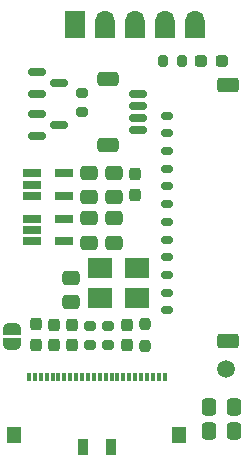
<source format=gbr>
%TF.GenerationSoftware,KiCad,Pcbnew,8.0.2-1*%
%TF.CreationDate,2024-05-28T17:40:09-07:00*%
%TF.ProjectId,camera_v2,63616d65-7261-45f7-9632-2e6b69636164,rev?*%
%TF.SameCoordinates,Original*%
%TF.FileFunction,Soldermask,Top*%
%TF.FilePolarity,Negative*%
%FSLAX46Y46*%
G04 Gerber Fmt 4.6, Leading zero omitted, Abs format (unit mm)*
G04 Created by KiCad (PCBNEW 8.0.2-1) date 2024-05-28 17:40:09*
%MOMM*%
%LPD*%
G01*
G04 APERTURE LIST*
G04 Aperture macros list*
%AMRoundRect*
0 Rectangle with rounded corners*
0 $1 Rounding radius*
0 $2 $3 $4 $5 $6 $7 $8 $9 X,Y pos of 4 corners*
0 Add a 4 corners polygon primitive as box body*
4,1,4,$2,$3,$4,$5,$6,$7,$8,$9,$2,$3,0*
0 Add four circle primitives for the rounded corners*
1,1,$1+$1,$2,$3*
1,1,$1+$1,$4,$5*
1,1,$1+$1,$6,$7*
1,1,$1+$1,$8,$9*
0 Add four rect primitives between the rounded corners*
20,1,$1+$1,$2,$3,$4,$5,0*
20,1,$1+$1,$4,$5,$6,$7,0*
20,1,$1+$1,$6,$7,$8,$9,0*
20,1,$1+$1,$8,$9,$2,$3,0*%
%AMFreePoly0*
4,1,19,0.500000,-0.750000,0.000000,-0.750000,0.000000,-0.744911,-0.071157,-0.744911,-0.207708,-0.704816,-0.327430,-0.627875,-0.420627,-0.520320,-0.479746,-0.390866,-0.500000,-0.250000,-0.500000,0.250000,-0.479746,0.390866,-0.420627,0.520320,-0.327430,0.627875,-0.207708,0.704816,-0.071157,0.744911,0.000000,0.744911,0.000000,0.750000,0.500000,0.750000,0.500000,-0.750000,0.500000,-0.750000,
$1*%
%AMFreePoly1*
4,1,19,0.000000,0.744911,0.071157,0.744911,0.207708,0.704816,0.327430,0.627875,0.420627,0.520320,0.479746,0.390866,0.500000,0.250000,0.500000,-0.250000,0.479746,-0.390866,0.420627,-0.520320,0.327430,-0.627875,0.207708,-0.704816,0.071157,-0.744911,0.000000,-0.744911,0.000000,-0.750000,-0.500000,-0.750000,-0.500000,0.750000,0.000000,0.750000,0.000000,0.744911,0.000000,0.744911,
$1*%
G04 Aperture macros list end*
%ADD10RoundRect,0.250000X-0.475000X0.337500X-0.475000X-0.337500X0.475000X-0.337500X0.475000X0.337500X0*%
%ADD11R,2.100000X1.800000*%
%ADD12FreePoly0,90.000000*%
%ADD13FreePoly1,90.000000*%
%ADD14RoundRect,0.237500X-0.237500X0.300000X-0.237500X-0.300000X0.237500X-0.300000X0.237500X0.300000X0*%
%ADD15RoundRect,0.250000X0.475000X-0.337500X0.475000X0.337500X-0.475000X0.337500X-0.475000X-0.337500X0*%
%ADD16RoundRect,0.237500X0.237500X-0.300000X0.237500X0.300000X-0.237500X0.300000X-0.237500X-0.300000X0*%
%ADD17RoundRect,0.250000X-0.337500X-0.475000X0.337500X-0.475000X0.337500X0.475000X-0.337500X0.475000X0*%
%ADD18RoundRect,0.150000X0.350000X-0.150000X0.350000X0.150000X-0.350000X0.150000X-0.350000X-0.150000X0*%
%ADD19RoundRect,0.250000X0.650000X-0.375000X0.650000X0.375000X-0.650000X0.375000X-0.650000X-0.375000X0*%
%ADD20RoundRect,0.200000X0.275000X-0.200000X0.275000X0.200000X-0.275000X0.200000X-0.275000X-0.200000X0*%
%ADD21R,1.560000X0.650000*%
%ADD22RoundRect,0.237500X-0.237500X0.250000X-0.237500X-0.250000X0.237500X-0.250000X0.237500X0.250000X0*%
%ADD23C,1.500000*%
%ADD24RoundRect,0.200000X-0.275000X0.200000X-0.275000X-0.200000X0.275000X-0.200000X0.275000X0.200000X0*%
%ADD25R,1.700000X1.700000*%
%ADD26O,1.700000X1.700000*%
%ADD27RoundRect,0.237500X0.287500X0.237500X-0.287500X0.237500X-0.287500X-0.237500X0.287500X-0.237500X0*%
%ADD28R,0.300000X0.800000*%
%ADD29R,1.220000X1.400000*%
%ADD30R,0.850000X1.400000*%
%ADD31RoundRect,0.150000X-0.587500X-0.150000X0.587500X-0.150000X0.587500X0.150000X-0.587500X0.150000X0*%
%ADD32RoundRect,0.150000X0.625000X-0.150000X0.625000X0.150000X-0.625000X0.150000X-0.625000X-0.150000X0*%
%ADD33RoundRect,0.250000X0.650000X-0.350000X0.650000X0.350000X-0.650000X0.350000X-0.650000X-0.350000X0*%
%ADD34RoundRect,0.200000X-0.200000X-0.275000X0.200000X-0.275000X0.200000X0.275000X-0.200000X0.275000X0*%
G04 APERTURE END LIST*
D10*
%TO.C,C2*%
X154950000Y-118522500D03*
X154950000Y-120597500D03*
%TD*%
D11*
%TO.C,OSC1*%
X158960000Y-126600000D03*
X155860000Y-126600000D03*
X155860000Y-129100000D03*
X158960000Y-129100000D03*
%TD*%
D12*
%TO.C,JP1*%
X148375000Y-133000000D03*
D13*
X148375000Y-131700000D03*
%TD*%
D14*
%TO.C,C1*%
X158790000Y-118660000D03*
X158790000Y-120385000D03*
%TD*%
D15*
%TO.C,C6*%
X153400000Y-129487500D03*
X153400000Y-127412500D03*
%TD*%
D16*
%TO.C,C12*%
X150410000Y-133070000D03*
X150410000Y-131345000D03*
%TD*%
D17*
%TO.C,C4*%
X165095000Y-140390000D03*
X167170000Y-140390000D03*
%TD*%
D18*
%TO.C,J7*%
X161510000Y-130165000D03*
X161510000Y-128665000D03*
X161510000Y-127165000D03*
X161510000Y-125665000D03*
X161510000Y-124165000D03*
X161510000Y-122665000D03*
X161510000Y-121165000D03*
X161510000Y-119665000D03*
X161510000Y-118165000D03*
X161510000Y-116665000D03*
X161510000Y-115165000D03*
X161510000Y-113665000D03*
D19*
X166700000Y-132770000D03*
X166700000Y-111060000D03*
%TD*%
D20*
%TO.C,R7*%
X155000000Y-133100000D03*
X155000000Y-131450000D03*
%TD*%
D21*
%TO.C,U3*%
X150100000Y-122427500D03*
X150100000Y-123377500D03*
X150100000Y-124327500D03*
X152800000Y-124327500D03*
X152800000Y-122427500D03*
%TD*%
D16*
%TO.C,C9*%
X151950000Y-133125000D03*
X151950000Y-131400000D03*
%TD*%
D21*
%TO.C,U2*%
X150070000Y-118562500D03*
X150070000Y-119512500D03*
X150070000Y-120462500D03*
X152770000Y-120462500D03*
X152770000Y-118562500D03*
%TD*%
D22*
%TO.C,FB1*%
X159650000Y-131355000D03*
X159650000Y-133180000D03*
%TD*%
D16*
%TO.C,C11*%
X158110000Y-133130000D03*
X158110000Y-131405000D03*
%TD*%
D10*
%TO.C,C3*%
X157000000Y-118515000D03*
X157000000Y-120590000D03*
%TD*%
%TO.C,C7*%
X157000000Y-122370000D03*
X157000000Y-124445000D03*
%TD*%
D23*
%TO.C,J1*%
X166480000Y-135160000D03*
%TD*%
D24*
%TO.C,R1*%
X154300000Y-111755000D03*
X154300000Y-113405000D03*
%TD*%
D25*
%TO.C,J2*%
X153690000Y-105660000D03*
D26*
X156230000Y-105660000D03*
X158770000Y-105660000D03*
X161310000Y-105660000D03*
X163850000Y-105660000D03*
%TD*%
D16*
%TO.C,C10*%
X153475000Y-133125000D03*
X153475000Y-131400000D03*
%TD*%
D27*
%TO.C,D1*%
X166150000Y-109060000D03*
X164400000Y-109060000D03*
%TD*%
D28*
%TO.C,X1*%
X149825000Y-135840000D03*
X150325000Y-135840000D03*
X150825000Y-135840000D03*
X151325000Y-135840000D03*
X151825000Y-135840000D03*
X152325000Y-135840000D03*
X152825000Y-135840000D03*
X153325000Y-135840000D03*
X153825000Y-135840000D03*
X154325000Y-135840000D03*
X154825000Y-135840000D03*
X155325000Y-135840000D03*
X155825000Y-135840000D03*
X156325000Y-135840000D03*
X156825000Y-135840000D03*
X157325000Y-135840000D03*
X157825000Y-135840000D03*
X158325000Y-135840000D03*
X158825000Y-135840000D03*
X159325000Y-135840000D03*
X159825000Y-135840000D03*
X160325000Y-135840000D03*
X160825000Y-135840000D03*
X161325000Y-135840000D03*
D29*
X148585000Y-140690000D03*
D30*
X154400000Y-141700000D03*
X156750000Y-141700000D03*
D29*
X162565000Y-140690000D03*
%TD*%
D10*
%TO.C,C8*%
X154950000Y-122380000D03*
X154950000Y-124455000D03*
%TD*%
D31*
%TO.C,Q1*%
X150530000Y-109960000D03*
X150530000Y-111860000D03*
X152405000Y-110910000D03*
%TD*%
%TO.C,Q2*%
X150530000Y-113500000D03*
X150530000Y-115400000D03*
X152405000Y-114450000D03*
%TD*%
D32*
%TO.C,J8*%
X159050000Y-114857500D03*
X159050000Y-113857500D03*
X159050000Y-112857500D03*
X159050000Y-111857500D03*
D33*
X156525000Y-116157500D03*
X156525000Y-110557500D03*
%TD*%
D34*
%TO.C,R5*%
X161170000Y-109050000D03*
X162820000Y-109050000D03*
%TD*%
D24*
%TO.C,R6*%
X156550000Y-131475000D03*
X156550000Y-133125000D03*
%TD*%
D17*
%TO.C,C5*%
X165095000Y-138340000D03*
X167170000Y-138340000D03*
%TD*%
G36*
X157023039Y-105669685D02*
G01*
X157068794Y-105722489D01*
X157080000Y-105774000D01*
X157080000Y-107006000D01*
X157060315Y-107073039D01*
X157007511Y-107118794D01*
X156956000Y-107130000D01*
X155504000Y-107130000D01*
X155436961Y-107110315D01*
X155391206Y-107057511D01*
X155380000Y-107006000D01*
X155380000Y-105774000D01*
X155399685Y-105706961D01*
X155452489Y-105661206D01*
X155504000Y-105650000D01*
X156956000Y-105650000D01*
X157023039Y-105669685D01*
G37*
G36*
X154483039Y-105669685D02*
G01*
X154528794Y-105722489D01*
X154540000Y-105774000D01*
X154540000Y-107006000D01*
X154520315Y-107073039D01*
X154467511Y-107118794D01*
X154416000Y-107130000D01*
X152964000Y-107130000D01*
X152896961Y-107110315D01*
X152851206Y-107057511D01*
X152840000Y-107006000D01*
X152840000Y-105774000D01*
X152859685Y-105706961D01*
X152912489Y-105661206D01*
X152964000Y-105650000D01*
X154416000Y-105650000D01*
X154483039Y-105669685D01*
G37*
G36*
X162103039Y-105669685D02*
G01*
X162148794Y-105722489D01*
X162160000Y-105774000D01*
X162160000Y-107006000D01*
X162140315Y-107073039D01*
X162087511Y-107118794D01*
X162036000Y-107130000D01*
X160584000Y-107130000D01*
X160516961Y-107110315D01*
X160471206Y-107057511D01*
X160460000Y-107006000D01*
X160460000Y-105774000D01*
X160479685Y-105706961D01*
X160532489Y-105661206D01*
X160584000Y-105650000D01*
X162036000Y-105650000D01*
X162103039Y-105669685D01*
G37*
G36*
X159563039Y-105669685D02*
G01*
X159608794Y-105722489D01*
X159620000Y-105774000D01*
X159620000Y-107006000D01*
X159600315Y-107073039D01*
X159547511Y-107118794D01*
X159496000Y-107130000D01*
X158044000Y-107130000D01*
X157976961Y-107110315D01*
X157931206Y-107057511D01*
X157920000Y-107006000D01*
X157920000Y-105774000D01*
X157939685Y-105706961D01*
X157992489Y-105661206D01*
X158044000Y-105650000D01*
X159496000Y-105650000D01*
X159563039Y-105669685D01*
G37*
G36*
X164643039Y-105669685D02*
G01*
X164688794Y-105722489D01*
X164700000Y-105774000D01*
X164700000Y-107006000D01*
X164680315Y-107073039D01*
X164627511Y-107118794D01*
X164576000Y-107130000D01*
X163124000Y-107130000D01*
X163056961Y-107110315D01*
X163011206Y-107057511D01*
X163000000Y-107006000D01*
X163000000Y-105774000D01*
X163019685Y-105706961D01*
X163072489Y-105661206D01*
X163124000Y-105650000D01*
X164576000Y-105650000D01*
X164643039Y-105669685D01*
G37*
M02*

</source>
